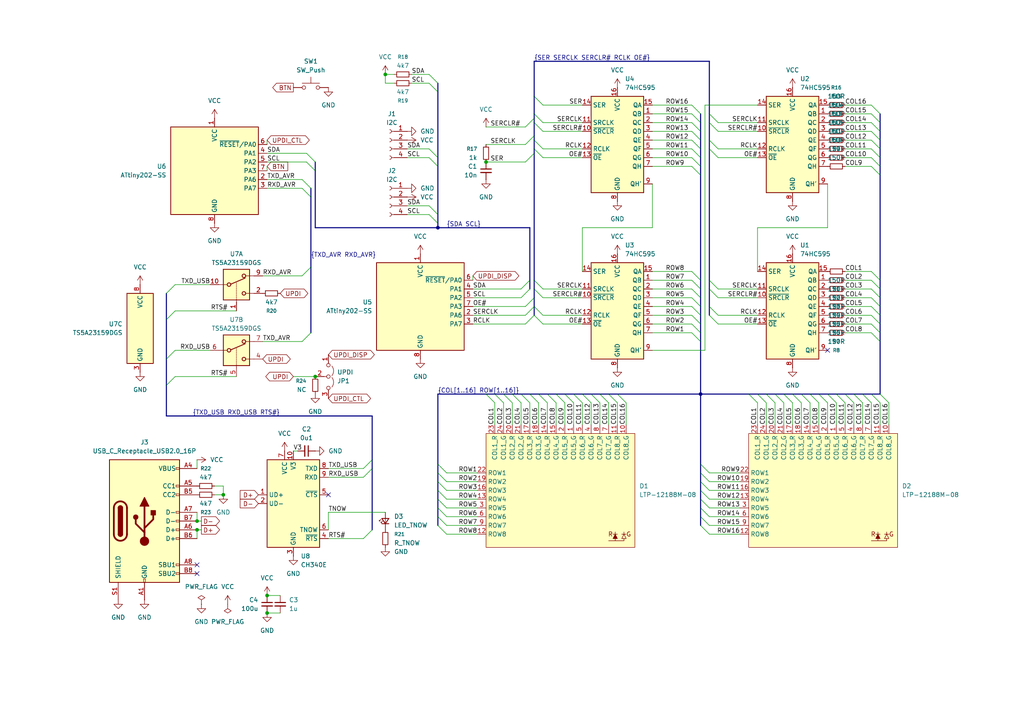
<source format=kicad_sch>
(kicad_sch (version 20250114) (generator "eeschema") (generator_version "9.0")
  (paper "A4")
  (junction (at 127 66.04))
  (junction (at 91.44 109.22))
  (junction (at 77.47 177.8))
  (junction (at 57.15 153.67))
  (junction (at 64.77 143.51))
  (junction (at 203.2 114.3))
  (junction (at 140.97 46.99))
  (junction (at 111.76 21.59))
  (junction (at 77.47 172.72))
  (junction (at 57.15 151.13))
  (no_connect (at 95.25 143.51))
  (no_connect (at 57.15 163.83))
  (no_connect (at 57.15 166.37))
  (no_connect (at 240.03 101.6))
  (bus_entry (at 200.66 48.26) (size 2.54 2.54))
  (bus_entry (at 129.54 144.78) (size -2.54 -2.54))
  (bus_entry (at 181.61 116.84) (size -2.54 -2.54))
  (bus_entry (at 124.46 62.23) (size 2.54 2.54))
  (bus_entry (at 200.66 86.36) (size 2.54 2.54))
  (bus_entry (at 158.75 116.84) (size -2.54 -2.54))
  (bus_entry (at 88.9 46.99) (size 2.54 2.54))
  (bus_entry (at 208.28 35.56) (size -2.54 -2.54))
  (bus_entry (at 205.74 142.24) (size -2.54 -2.54))
  (bus_entry (at 124.46 45.72) (size 2.54 2.54))
  (bus_entry (at 157.48 30.48) (size -2.54 -2.54))
  (bus_entry (at 50.8 109.22) (size -2.54 2.54))
  (bus_entry (at 50.8 82.55) (size -2.54 2.54))
  (bus_entry (at 247.65 116.84) (size -2.54 -2.54))
  (bus_entry (at 208.28 83.82) (size -2.54 -2.54))
  (bus_entry (at 208.28 45.72) (size -2.54 -2.54))
  (bus_entry (at 151.13 86.36) (size 2.54 -2.54))
  (bus_entry (at 124.46 21.59) (size 2.54 2.54))
  (bus_entry (at 152.4 91.44) (size 2.54 -2.54))
  (bus_entry (at 157.48 35.56) (size -2.54 -2.54))
  (bus_entry (at 252.73 83.82) (size 2.54 2.54))
  (bus_entry (at 152.4 46.99) (size 2.54 -2.54))
  (bus_entry (at 257.81 116.84) (size -2.54 -2.54))
  (bus_entry (at 252.73 45.72) (size 2.54 2.54))
  (bus_entry (at 252.73 48.26) (size 2.54 2.54))
  (bus_entry (at 227.33 116.84) (size -2.54 -2.54))
  (bus_entry (at 179.07 116.84) (size -2.54 -2.54))
  (bus_entry (at 252.73 33.02) (size 2.54 2.54))
  (bus_entry (at 200.66 35.56) (size 2.54 2.54))
  (bus_entry (at 105.41 135.89) (size 2.54 -2.54))
  (bus_entry (at 252.73 35.56) (size 2.54 2.54))
  (bus_entry (at 129.54 139.7) (size -2.54 -2.54))
  (bus_entry (at 124.46 43.18) (size 2.54 2.54))
  (bus_entry (at 255.27 116.84) (size -2.54 -2.54))
  (bus_entry (at 208.28 43.18) (size -2.54 -2.54))
  (bus_entry (at 208.28 86.36) (size -2.54 -2.54))
  (bus_entry (at 208.28 91.44) (size -2.54 -2.54))
  (bus_entry (at 252.73 43.18) (size 2.54 2.54))
  (bus_entry (at 152.4 36.83) (size 2.54 -2.54))
  (bus_entry (at 252.73 30.48) (size 2.54 2.54))
  (bus_entry (at 105.41 156.21) (size 2.54 -2.54))
  (bus_entry (at 105.41 138.43) (size 2.54 -2.54))
  (bus_entry (at 205.74 149.86) (size -2.54 -2.54))
  (bus_entry (at 151.13 116.84) (size -2.54 -2.54))
  (bus_entry (at 152.4 88.9) (size 2.54 -2.54))
  (bus_entry (at 173.99 116.84) (size -2.54 -2.54))
  (bus_entry (at 129.54 149.86) (size -2.54 -2.54))
  (bus_entry (at 157.48 93.98) (size -2.54 -2.54))
  (bus_entry (at 240.03 116.84) (size -2.54 -2.54))
  (bus_entry (at 88.9 44.45) (size 2.54 2.54))
  (bus_entry (at 200.66 93.98) (size 2.54 2.54))
  (bus_entry (at 200.66 30.48) (size 2.54 2.54))
  (bus_entry (at 219.71 116.84) (size -2.54 -2.54))
  (bus_entry (at 157.48 43.18) (size -2.54 -2.54))
  (bus_entry (at 87.63 54.61) (size 2.54 2.54))
  (bus_entry (at 124.46 24.13) (size 2.54 2.54))
  (bus_entry (at 252.73 78.74) (size 2.54 2.54))
  (bus_entry (at 200.66 33.02) (size 2.54 2.54))
  (bus_entry (at 157.48 45.72) (size -2.54 -2.54))
  (bus_entry (at 252.73 116.84) (size -2.54 -2.54))
  (bus_entry (at 161.29 116.84) (size -2.54 -2.54))
  (bus_entry (at 50.8 90.17) (size -2.54 2.54))
  (bus_entry (at 252.73 91.44) (size 2.54 2.54))
  (bus_entry (at 242.57 116.84) (size -2.54 -2.54))
  (bus_entry (at 168.91 116.84) (size -2.54 -2.54))
  (bus_entry (at 200.66 81.28) (size 2.54 2.54))
  (bus_entry (at 237.49 116.84) (size -2.54 -2.54))
  (bus_entry (at 157.48 38.1) (size -2.54 -2.54))
  (bus_entry (at 208.28 38.1) (size -2.54 -2.54))
  (bus_entry (at 200.66 40.64) (size 2.54 2.54))
  (bus_entry (at 250.19 116.84) (size -2.54 -2.54))
  (bus_entry (at 252.73 38.1) (size 2.54 2.54))
  (bus_entry (at 224.79 116.84) (size -2.54 -2.54))
  (bus_entry (at 200.66 45.72) (size 2.54 2.54))
  (bus_entry (at 146.05 116.84) (size -2.54 -2.54))
  (bus_entry (at 87.63 80.01) (size 2.54 -2.54))
  (bus_entry (at 153.67 116.84) (size -2.54 -2.54))
  (bus_entry (at 151.13 83.82) (size 2.54 -2.54))
  (bus_entry (at 200.66 78.74) (size 2.54 2.54))
  (bus_entry (at 205.74 154.94) (size -2.54 -2.54))
  (bus_entry (at 176.53 116.84) (size -2.54 -2.54))
  (bus_entry (at 200.66 43.18) (size 2.54 2.54))
  (bus_entry (at 234.95 116.84) (size -2.54 -2.54))
  (bus_entry (at 129.54 142.24) (size -2.54 -2.54))
  (bus_entry (at 200.66 38.1) (size 2.54 2.54))
  (bus_entry (at 157.48 86.36) (size -2.54 -2.54))
  (bus_entry (at 200.66 88.9) (size 2.54 2.54))
  (bus_entry (at 129.54 147.32) (size -2.54 -2.54))
  (bus_entry (at 157.48 91.44) (size -2.54 -2.54))
  (bus_entry (at 50.8 101.6) (size -2.54 2.54))
  (bus_entry (at 129.54 154.94) (size -2.54 -2.54))
  (bus_entry (at 166.37 116.84) (size -2.54 -2.54))
  (bus_entry (at 152.4 93.98) (size 2.54 -2.54))
  (bus_entry (at 205.74 137.16) (size -2.54 -2.54))
  (bus_entry (at 232.41 116.84) (size -2.54 -2.54))
  (bus_entry (at 252.73 96.52) (size 2.54 2.54))
  (bus_entry (at 200.66 83.82) (size 2.54 2.54))
  (bus_entry (at 205.74 144.78) (size -2.54 -2.54))
  (bus_entry (at 200.66 96.52) (size 2.54 2.54))
  (bus_entry (at 156.21 116.84) (size -2.54 -2.54))
  (bus_entry (at 157.48 83.82) (size -2.54 -2.54))
  (bus_entry (at 222.25 116.84) (size -2.54 -2.54))
  (bus_entry (at 87.63 52.07) (size 2.54 2.54))
  (bus_entry (at 87.63 99.06) (size 2.54 -2.54))
  (bus_entry (at 163.83 116.84) (size -2.54 -2.54))
  (bus_entry (at 124.46 59.69) (size 2.54 2.54))
  (bus_entry (at 205.74 139.7) (size -2.54 -2.54))
  (bus_entry (at 152.4 41.91) (size 2.54 -2.54))
  (bus_entry (at 252.73 93.98) (size 2.54 2.54))
  (bus_entry (at 171.45 116.84) (size -2.54 -2.54))
  (bus_entry (at 208.28 93.98) (size -2.54 -2.54))
  (bus_entry (at 252.73 88.9) (size 2.54 2.54))
  (bus_entry (at 229.87 116.84) (size -2.54 -2.54))
  (bus_entry (at 129.54 137.16) (size -2.54 -2.54))
  (bus_entry (at 252.73 81.28) (size 2.54 2.54))
  (bus_entry (at 148.59 116.84) (size -2.54 -2.54))
  (bus_entry (at 143.51 116.84) (size -2.54 -2.54))
  (bus_entry (at 205.74 152.4) (size -2.54 -2.54))
  (bus_entry (at 252.73 86.36) (size 2.54 2.54))
  (bus_entry (at 245.11 116.84) (size -2.54 -2.54))
  (bus_entry (at 252.73 40.64) (size 2.54 2.54))
  (bus_entry (at 129.54 152.4) (size -2.54 -2.54))
  (bus_entry (at 200.66 91.44) (size 2.54 2.54))
  (bus_entry (at 205.74 147.32) (size -2.54 -2.54))
  (bus (pts (xy 203.2 33.02) (xy 203.2 35.56)))
  (wire (pts (xy 152.4 91.44) (xy 137.16 91.44)))
  (bus (pts (xy 154.94 44.45) (xy 154.94 43.18)))
  (bus (pts (xy 127 66.04) (xy 153.67 66.04)))
  (wire (pts (xy 157.48 43.18) (xy 168.91 43.18)))
  (wire (pts (xy 50.8 82.55) (xy 60.96 82.55)))
  (bus (pts (xy 154.94 39.37) (xy 154.94 35.56)))
  (wire (pts (xy 245.11 78.74) (xy 252.73 78.74)))
  (wire (pts (xy 77.47 44.45) (xy 88.9 44.45)))
  (bus (pts (xy 237.49 114.3) (xy 240.03 114.3)))
  (bus (pts (xy 203.2 38.1) (xy 203.2 40.64)))
  (bus (pts (xy 203.2 147.32) (xy 203.2 149.86)))
  (bus (pts (xy 146.05 114.3) (xy 148.59 114.3)))
  (wire (pts (xy 168.91 123.19) (xy 168.91 116.84)))
  (wire (pts (xy 189.23 96.52) (xy 200.66 96.52)))
  (wire (pts (xy 245.11 43.18) (xy 252.73 43.18)))
  (wire (pts (xy 208.28 38.1) (xy 219.71 38.1)))
  (wire (pts (xy 245.11 30.48) (xy 252.73 30.48)))
  (bus (pts (xy 203.2 83.82) (xy 203.2 86.36)))
  (bus (pts (xy 250.19 114.3) (xy 252.73 114.3)))
  (bus (pts (xy 255.27 93.98) (xy 255.27 91.44)))
  (wire (pts (xy 222.25 123.19) (xy 222.25 116.84)))
  (bus (pts (xy 255.27 114.3) (xy 255.27 99.06)))
  (bus (pts (xy 205.74 43.18) (xy 205.74 81.28)))
  (wire (pts (xy 189.23 88.9) (xy 200.66 88.9)))
  (wire (pts (xy 168.91 66.04) (xy 189.23 66.04)))
  (bus (pts (xy 203.2 99.06) (xy 203.2 114.3)))
  (bus (pts (xy 151.13 114.3) (xy 153.67 114.3)))
  (bus (pts (xy 203.2 40.64) (xy 203.2 43.18)))
  (wire (pts (xy 156.21 123.19) (xy 156.21 116.84)))
  (wire (pts (xy 95.25 138.43) (xy 105.41 138.43)))
  (wire (pts (xy 189.23 101.6) (xy 204.47 101.6)))
  (wire (pts (xy 245.11 45.72) (xy 252.73 45.72)))
  (wire (pts (xy 205.74 152.4) (xy 214.63 152.4)))
  (bus (pts (xy 90.17 57.15) (xy 90.17 77.47)))
  (wire (pts (xy 151.13 123.19) (xy 151.13 116.84)))
  (bus (pts (xy 242.57 114.3) (xy 245.11 114.3)))
  (bus (pts (xy 90.17 54.61) (xy 90.17 57.15)))
  (bus (pts (xy 91.44 49.53) (xy 91.44 66.04)))
  (bus (pts (xy 203.2 43.18) (xy 203.2 45.72)))
  (bus (pts (xy 168.91 114.3) (xy 171.45 114.3)))
  (wire (pts (xy 157.48 30.48) (xy 168.91 30.48)))
  (bus (pts (xy 90.17 77.47) (xy 90.17 96.52)))
  (wire (pts (xy 77.47 52.07) (xy 87.63 52.07)))
  (bus (pts (xy 161.29 114.3) (xy 163.83 114.3)))
  (wire (pts (xy 189.23 78.74) (xy 200.66 78.74)))
  (wire (pts (xy 152.4 36.83) (xy 140.97 36.83)))
  (bus (pts (xy 127 114.3) (xy 127 134.62)))
  (bus (pts (xy 255.27 48.26) (xy 255.27 45.72)))
  (bus (pts (xy 154.94 40.64) (xy 154.94 39.37)))
  (bus (pts (xy 127 24.13) (xy 127 26.67)))
  (bus (pts (xy 154.94 86.36) (xy 154.94 88.9)))
  (wire (pts (xy 111.76 21.59) (xy 111.76 24.13)))
  (wire (pts (xy 129.54 144.78) (xy 138.43 144.78)))
  (bus (pts (xy 255.27 43.18) (xy 255.27 40.64)))
  (bus (pts (xy 107.95 133.35) (xy 107.95 135.89)))
  (wire (pts (xy 148.59 123.19) (xy 148.59 116.84)))
  (bus (pts (xy 217.17 114.3) (xy 219.71 114.3)))
  (wire (pts (xy 189.23 38.1) (xy 200.66 38.1)))
  (wire (pts (xy 153.67 123.19) (xy 153.67 116.84)))
  (wire (pts (xy 245.11 93.98) (xy 252.73 93.98)))
  (bus (pts (xy 154.94 35.56) (xy 154.94 34.29)))
  (bus (pts (xy 127 45.72) (xy 127 48.26)))
  (bus (pts (xy 255.27 40.64) (xy 255.27 38.1)))
  (bus (pts (xy 205.74 35.56) (xy 205.74 40.64)))
  (wire (pts (xy 77.47 46.99) (xy 88.9 46.99)))
  (bus (pts (xy 255.27 45.72) (xy 255.27 43.18)))
  (bus (pts (xy 153.67 114.3) (xy 156.21 114.3)))
  (wire (pts (xy 85.09 109.22) (xy 91.44 109.22)))
  (wire (pts (xy 64.77 140.97) (xy 64.77 143.51)))
  (bus (pts (xy 203.2 139.7) (xy 203.2 142.24)))
  (bus (pts (xy 255.27 96.52) (xy 255.27 93.98)))
  (bus (pts (xy 158.75 114.3) (xy 161.29 114.3)))
  (bus (pts (xy 127 139.7) (xy 127 142.24)))
  (wire (pts (xy 129.54 139.7) (xy 138.43 139.7)))
  (wire (pts (xy 245.11 123.19) (xy 245.11 116.84)))
  (bus (pts (xy 176.53 114.3) (xy 179.07 114.3)))
  (wire (pts (xy 157.48 86.36) (xy 168.91 86.36)))
  (wire (pts (xy 77.47 40.64) (xy 77.47 41.91)))
  (wire (pts (xy 234.95 123.19) (xy 234.95 116.84)))
  (bus (pts (xy 173.99 114.3) (xy 176.53 114.3)))
  (bus (pts (xy 154.94 44.45) (xy 154.94 81.28)))
  (wire (pts (xy 245.11 96.52) (xy 252.73 96.52)))
  (bus (pts (xy 179.07 114.3) (xy 203.2 114.3)))
  (wire (pts (xy 58.42 151.13) (xy 57.15 151.13)))
  (wire (pts (xy 205.74 147.32) (xy 214.63 147.32)))
  (wire (pts (xy 242.57 123.19) (xy 242.57 116.84)))
  (bus (pts (xy 127 142.24) (xy 127 144.78)))
  (bus (pts (xy 203.2 114.3) (xy 203.2 134.62)))
  (bus (pts (xy 205.74 17.78) (xy 205.74 33.02)))
  (bus (pts (xy 127 64.77) (xy 127 66.04)))
  (wire (pts (xy 50.8 90.17) (xy 68.58 90.17)))
  (wire (pts (xy 245.11 38.1) (xy 252.73 38.1)))
  (bus (pts (xy 163.83 114.3) (xy 166.37 114.3)))
  (wire (pts (xy 227.33 123.19) (xy 227.33 116.84)))
  (bus (pts (xy 229.87 114.3) (xy 232.41 114.3)))
  (bus (pts (xy 154.94 88.9) (xy 154.94 91.44)))
  (bus (pts (xy 203.2 50.8) (xy 203.2 81.28)))
  (wire (pts (xy 129.54 147.32) (xy 138.43 147.32)))
  (wire (pts (xy 189.23 93.98) (xy 200.66 93.98)))
  (bus (pts (xy 127 149.86) (xy 127 152.4)))
  (wire (pts (xy 204.47 30.48) (xy 219.71 30.48)))
  (bus (pts (xy 171.45 114.3) (xy 173.99 114.3)))
  (wire (pts (xy 137.16 80.01) (xy 137.16 81.28)))
  (wire (pts (xy 257.81 123.19) (xy 257.81 116.84)))
  (bus (pts (xy 127 144.78) (xy 127 147.32)))
  (wire (pts (xy 224.79 123.19) (xy 224.79 116.84)))
  (bus (pts (xy 154.94 33.02) (xy 154.94 34.29)))
  (wire (pts (xy 189.23 81.28) (xy 200.66 81.28)))
  (bus (pts (xy 203.2 142.24) (xy 203.2 144.78)))
  (wire (pts (xy 245.11 40.64) (xy 252.73 40.64)))
  (bus (pts (xy 255.27 88.9) (xy 255.27 86.36)))
  (wire (pts (xy 152.4 41.91) (xy 140.97 41.91)))
  (bus (pts (xy 153.67 66.04) (xy 153.67 81.28)))
  (bus (pts (xy 255.27 38.1) (xy 255.27 35.56)))
  (bus (pts (xy 154.94 83.82) (xy 154.94 86.36)))
  (wire (pts (xy 95.25 148.59) (xy 95.25 153.67)))
  (bus (pts (xy 203.2 48.26) (xy 203.2 50.8)))
  (wire (pts (xy 208.28 43.18) (xy 219.71 43.18)))
  (bus (pts (xy 203.2 93.98) (xy 203.2 96.52)))
  (wire (pts (xy 157.48 93.98) (xy 168.91 93.98)))
  (wire (pts (xy 189.23 48.26) (xy 200.66 48.26)))
  (bus (pts (xy 107.95 120.65) (xy 48.26 120.65)))
  (bus (pts (xy 219.71 114.3) (xy 222.25 114.3)))
  (wire (pts (xy 76.2 80.01) (xy 87.63 80.01)))
  (wire (pts (xy 208.28 83.82) (xy 219.71 83.82)))
  (wire (pts (xy 189.23 86.36) (xy 200.66 86.36)))
  (bus (pts (xy 203.2 137.16) (xy 203.2 139.7)))
  (wire (pts (xy 95.25 148.59) (xy 111.76 148.59)))
  (wire (pts (xy 205.74 142.24) (xy 214.63 142.24)))
  (wire (pts (xy 57.15 153.67) (xy 58.42 153.67)))
  (bus (pts (xy 127 48.26) (xy 127 62.23)))
  (wire (pts (xy 129.54 149.86) (xy 138.43 149.86)))
  (wire (pts (xy 189.23 40.64) (xy 200.66 40.64)))
  (wire (pts (xy 255.27 123.19) (xy 255.27 116.84)))
  (bus (pts (xy 203.2 86.36) (xy 203.2 88.9)))
  (wire (pts (xy 77.47 177.8) (xy 81.28 177.8)))
  (bus (pts (xy 154.94 27.94) (xy 154.94 17.78)))
  (bus (pts (xy 203.2 144.78) (xy 203.2 147.32)))
  (wire (pts (xy 50.8 101.6) (xy 60.96 101.6)))
  (bus (pts (xy 205.74 81.28) (xy 205.74 83.82)))
  (bus (pts (xy 255.27 50.8) (xy 255.27 81.28)))
  (wire (pts (xy 118.11 45.72) (xy 124.46 45.72)))
  (wire (pts (xy 205.74 144.78) (xy 214.63 144.78)))
  (bus (pts (xy 127 147.32) (xy 127 149.86)))
  (wire (pts (xy 229.87 123.19) (xy 229.87 116.84)))
  (wire (pts (xy 205.74 137.16) (xy 214.63 137.16)))
  (bus (pts (xy 203.2 114.3) (xy 217.17 114.3)))
  (wire (pts (xy 152.4 46.99) (xy 140.97 46.99)))
  (wire (pts (xy 245.11 35.56) (xy 252.73 35.56)))
  (bus (pts (xy 203.2 91.44) (xy 203.2 93.98)))
  (bus (pts (xy 203.2 45.72) (xy 203.2 48.26)))
  (wire (pts (xy 189.23 83.82) (xy 200.66 83.82)))
  (bus (pts (xy 127 137.16) (xy 127 139.7)))
  (wire (pts (xy 118.11 43.18) (xy 124.46 43.18)))
  (bus (pts (xy 222.25 114.3) (xy 224.79 114.3)))
  (wire (pts (xy 189.23 35.56) (xy 200.66 35.56)))
  (wire (pts (xy 208.28 91.44) (xy 219.71 91.44)))
  (wire (pts (xy 179.07 123.19) (xy 179.07 116.84)))
  (wire (pts (xy 158.75 123.19) (xy 158.75 116.84)))
  (bus (pts (xy 240.03 114.3) (xy 242.57 114.3)))
  (wire (pts (xy 189.23 30.48) (xy 200.66 30.48)))
  (wire (pts (xy 157.48 91.44) (xy 168.91 91.44)))
  (bus (pts (xy 203.2 35.56) (xy 203.2 38.1)))
  (bus (pts (xy 205.74 88.9) (xy 205.74 91.44)))
  (wire (pts (xy 111.76 21.59) (xy 114.3 21.59)))
  (bus (pts (xy 205.74 33.02) (xy 205.74 35.56)))
  (wire (pts (xy 208.28 86.36) (xy 219.71 86.36)))
  (bus (pts (xy 127 26.67) (xy 127 45.72)))
  (bus (pts (xy 140.97 114.3) (xy 143.51 114.3)))
  (wire (pts (xy 77.47 48.26) (xy 77.47 49.53)))
  (bus (pts (xy 48.26 104.14) (xy 48.26 111.76)))
  (wire (pts (xy 176.53 123.19) (xy 176.53 116.84)))
  (bus (pts (xy 153.67 81.28) (xy 153.67 83.82)))
  (wire (pts (xy 168.91 78.74) (xy 168.91 66.04)))
  (bus (pts (xy 203.2 81.28) (xy 203.2 83.82)))
  (wire (pts (xy 205.74 149.86) (xy 214.63 149.86)))
  (bus (pts (xy 255.27 35.56) (xy 255.27 33.02)))
  (wire (pts (xy 50.8 109.22) (xy 68.58 109.22)))
  (wire (pts (xy 247.65 123.19) (xy 247.65 116.84)))
  (wire (pts (xy 219.71 66.04) (xy 219.71 78.74)))
  (bus (pts (xy 154.94 17.78) (xy 205.74 17.78)))
  (wire (pts (xy 146.05 123.19) (xy 146.05 116.84)))
  (wire (pts (xy 245.11 83.82) (xy 252.73 83.82)))
  (wire (pts (xy 119.38 24.13) (xy 124.46 24.13)))
  (bus (pts (xy 154.94 27.94) (xy 154.94 33.02)))
  (wire (pts (xy 152.4 88.9) (xy 137.16 88.9)))
  (wire (pts (xy 77.47 54.61) (xy 87.63 54.61)))
  (wire (pts (xy 245.11 88.9) (xy 252.73 88.9)))
  (wire (pts (xy 189.23 43.18) (xy 200.66 43.18)))
  (wire (pts (xy 163.83 123.19) (xy 163.83 116.84)))
  (wire (pts (xy 64.77 140.97) (xy 62.23 140.97)))
  (wire (pts (xy 77.47 172.72) (xy 81.28 172.72)))
  (wire (pts (xy 189.23 91.44) (xy 200.66 91.44)))
  (wire (pts (xy 129.54 142.24) (xy 138.43 142.24)))
  (wire (pts (xy 143.51 123.19) (xy 143.51 116.84)))
  (wire (pts (xy 118.11 62.23) (xy 124.46 62.23)))
  (bus (pts (xy 224.79 114.3) (xy 227.33 114.3)))
  (bus (pts (xy 232.41 114.3) (xy 234.95 114.3)))
  (bus (pts (xy 154.94 81.28) (xy 154.94 83.82)))
  (wire (pts (xy 57.15 133.35) (xy 57.15 135.89)))
  (bus (pts (xy 205.74 83.82) (xy 205.74 88.9)))
  (wire (pts (xy 237.49 123.19) (xy 237.49 116.84)))
  (wire (pts (xy 219.71 123.19) (xy 219.71 116.84)))
  (bus (pts (xy 148.59 114.3) (xy 151.13 114.3)))
  (wire (pts (xy 111.76 24.13) (xy 114.3 24.13)))
  (bus (pts (xy 127 114.3) (xy 140.97 114.3)))
  (wire (pts (xy 57.15 151.13) (xy 57.15 148.59)))
  (bus (pts (xy 48.26 111.76) (xy 48.26 120.65)))
  (bus (pts (xy 48.26 85.09) (xy 48.26 92.71)))
  (wire (pts (xy 189.23 66.04) (xy 189.23 53.34)))
  (bus (pts (xy 255.27 91.44) (xy 255.27 88.9)))
  (bus (pts (xy 227.33 114.3) (xy 229.87 114.3)))
  (wire (pts (xy 137.16 86.36) (xy 151.13 86.36)))
  (bus (pts (xy 255.27 83.82) (xy 255.27 81.28)))
  (bus (pts (xy 255.27 86.36) (xy 255.27 83.82)))
  (bus (pts (xy 245.11 114.3) (xy 247.65 114.3)))
  (wire (pts (xy 157.48 35.56) (xy 168.91 35.56)))
  (bus (pts (xy 255.27 50.8) (xy 255.27 48.26)))
  (wire (pts (xy 252.73 123.19) (xy 252.73 116.84)))
  (bus (pts (xy 247.65 114.3) (xy 250.19 114.3)))
  (wire (pts (xy 189.23 33.02) (xy 200.66 33.02)))
  (wire (pts (xy 157.48 38.1) (xy 168.91 38.1)))
  (bus (pts (xy 234.95 114.3) (xy 237.49 114.3)))
  (bus (pts (xy 154.94 43.18) (xy 154.94 40.64)))
  (wire (pts (xy 205.74 139.7) (xy 214.63 139.7)))
  (bus (pts (xy 48.26 92.71) (xy 48.26 104.14)))
  (wire (pts (xy 129.54 137.16) (xy 138.43 137.16)))
  (wire (pts (xy 157.48 45.72) (xy 168.91 45.72)))
  (wire (pts (xy 208.28 45.72) (xy 219.71 45.72)))
  (wire (pts (xy 166.37 123.19) (xy 166.37 116.84)))
  (bus (pts (xy 203.2 149.86) (xy 203.2 152.4)))
  (bus (pts (xy 107.95 133.35) (xy 107.95 120.65)))
  (bus (pts (xy 205.74 40.64) (xy 205.74 43.18)))
  (bus (pts (xy 203.2 96.52) (xy 203.2 99.06)))
  (wire (pts (xy 161.29 123.19) (xy 161.29 116.84)))
  (wire (pts (xy 119.38 21.59) (xy 124.46 21.59)))
  (wire (pts (xy 157.48 83.82) (xy 168.91 83.82)))
  (wire (pts (xy 129.54 152.4) (xy 138.43 152.4)))
  (wire (pts (xy 232.41 123.19) (xy 232.41 116.84)))
  (wire (pts (xy 245.11 86.36) (xy 252.73 86.36)))
  (bus (pts (xy 91.44 46.99) (xy 91.44 49.53)))
  (wire (pts (xy 171.45 123.19) (xy 171.45 116.84)))
  (wire (pts (xy 245.11 48.26) (xy 252.73 48.26)))
  (bus (pts (xy 255.27 99.06) (xy 255.27 96.52)))
  (wire (pts (xy 173.99 123.19) (xy 173.99 116.84)))
  (wire (pts (xy 240.03 66.04) (xy 219.71 66.04)))
  (wire (pts (xy 240.03 123.19) (xy 240.03 116.84)))
  (wire (pts (xy 57.15 153.67) (xy 57.15 156.21)))
  (wire (pts (xy 129.54 154.94) (xy 138.43 154.94)))
  (bus (pts (xy 203.2 88.9) (xy 203.2 91.44)))
  (bus (pts (xy 156.21 114.3) (xy 158.75 114.3)))
  (bus (pts (xy 127 134.62) (xy 127 137.16)))
  (wire (pts (xy 118.11 59.69) (xy 124.46 59.69)))
  (bus (pts (xy 166.37 114.3) (xy 168.91 114.3)))
  (bus (pts (xy 203.2 134.62) (xy 203.2 137.16)))
  (wire (pts (xy 245.11 91.44) (xy 252.73 91.44)))
  (wire (pts (xy 64.77 143.51) (xy 62.23 143.51)))
  (wire (pts (xy 189.23 45.72) (xy 200.66 45.72)))
  (wire (pts (xy 152.4 93.98) (xy 137.16 93.98)))
  (wire (pts (xy 240.03 53.34) (xy 240.03 66.04)))
  (wire (pts (xy 86.36 130.81) (xy 85.09 130.81)))
  (bus (pts (xy 107.95 135.89) (xy 107.95 153.67)))
  (wire (pts (xy 95.25 156.21) (xy 105.41 156.21)))
  (wire (pts (xy 137.16 83.82) (xy 151.13 83.82)))
  (wire (pts (xy 204.47 30.48) (xy 204.47 101.6)))
  (wire (pts (xy 250.19 123.19) (xy 250.19 116.84)))
  (wire (pts (xy 181.61 123.19) (xy 181.61 116.84)))
  (bus (pts (xy 252.73 114.3) (xy 255.27 114.3)))
  (wire (pts (xy 245.11 33.02) (xy 252.73 33.02)))
  (bus (pts (xy 91.44 66.04) (xy 127 66.04)))
  (wire (pts (xy 76.2 99.06) (xy 87.63 99.06)))
  (wire (pts (xy 205.74 154.94) (xy 214.63 154.94)))
  (wire (pts (xy 95.25 135.89) (xy 105.41 135.89)))
  (wire (pts (xy 208.28 35.56) (xy 219.71 35.56)))
  (bus (pts (xy 143.51 114.3) (xy 146.05 114.3)))
  (wire (pts (xy 208.28 93.98) (xy 219.71 93.98)))
  (wire (pts (xy 245.11 81.28) (xy 252.73 81.28)))
  (bus (pts (xy 127 62.23) (xy 127 64.77)))
  (label "SDA" (at 137.16 83.82 0))
  (label "RXD_AVR" (at 76.2 80.01 0))
  (label "COL10" (at 245.11 45.72 0))
  (label "{TXD_AVR RXD_AVR}" (at 90.17 74.93 0))
  (label "ROW7" (at 193.04 81.28 0))
  (label "SER" (at 168.91 30.48 180))
  (label "COL5" (at 153.67 123.19 90))
  (label "{SDA SCL}" (at 129.54 66.04 0))
  (label "{TXD_USB RXD_USB RTS#}" (at 55.88 120.65 0))
  (label "OE#" (at 219.71 93.98 180))
  (label "RXD_USB" (at 95.25 138.43 0))
  (label "COL3" (at 245.11 83.82 0))
  (label "SERCLK" (at 142.24 41.91 0))
  (label "COL3" (at 148.59 123.19 90))
  (label "ROW14" (at 214.63 149.86 180))
  (label "TXD_USB" (at 95.25 135.89 0))
  (label "ROW6" (at 138.43 149.86 180))
  (label "ROW3" (at 138.43 142.24 180))
  (label "COL16" (at 245.11 30.48 0))
  (label "RXD_AVR" (at 77.47 54.61 0))
  (label "OE#" (at 168.91 45.72 180))
  (label "ROW2" (at 138.43 139.7 180))
  (label "ROW10" (at 193.04 45.72 0))
  (label "SER" (at 142.24 46.99 0))
  (label "COL16" (at 257.81 123.19 90))
  (label "COL9" (at 240.03 123.19 90))
  (label "ROW13" (at 214.63 147.32 180))
  (label "COL12" (at 245.11 40.64 0))
  (label "RCLK" (at 168.91 91.44 180))
  (label "COL14" (at 245.11 35.56 0))
  (label "ROW15" (at 214.63 152.4 180))
  (label "COL2" (at 146.05 123.19 90))
  (label "COL13" (at 245.11 38.1 0))
  (label "COL10" (at 242.57 123.19 90))
  (label "COL1" (at 245.11 78.74 0))
  (label "COL3" (at 224.79 123.19 90))
  (label "ROW1" (at 193.04 96.52 0))
  (label "COL5" (at 229.87 123.19 90))
  (label "ROW5" (at 193.04 86.36 0))
  (label "SERCLR#" (at 219.71 38.1 180))
  (label "ROW16" (at 193.04 30.48 0))
  (label "COL11" (at 245.11 43.18 0))
  (label "TXD_AVR" (at 76.2 99.06 0))
  (label "SCL" (at 137.16 86.36 0))
  (label "OE#" (at 219.71 45.72 180))
  (label "SERCLR#" (at 142.24 36.83 0))
  (label "COL8" (at 237.49 123.19 90))
  (label "ROW10" (at 214.63 139.7 180))
  (label "ROW2" (at 193.04 93.98 0))
  (label "ROW6" (at 193.04 83.82 0))
  (label "SERCLK" (at 168.91 35.56 180))
  (label "ROW9" (at 193.04 48.26 0))
  (label "COL4" (at 151.13 123.19 90))
  (label "ROW5" (at 138.43 147.32 180))
  (label "ROW16" (at 214.63 154.94 180))
  (label "ROW12" (at 193.04 40.64 0))
  (label "ROW3" (at 193.04 91.44 0))
  (label "COL14" (at 252.73 123.19 90))
  (label "COL16" (at 181.61 123.19 90))
  (label "ROW7" (at 138.43 152.4 180))
  (label "COL14" (at 176.53 123.19 90))
  (label "COL7" (at 245.11 93.98 0))
  (label "ROW1" (at 138.43 137.16 180))
  (label "COL7" (at 234.95 123.19 90))
  (label "TNOW" (at 95.25 148.59 0))
  (label "ROW11" (at 214.63 142.24 180))
  (label "COL5" (at 245.11 88.9 0))
  (label "SERCLK" (at 219.71 35.56 180))
  (label "RCLK" (at 219.71 43.18 180))
  (label "ROW11" (at 193.04 43.18 0))
  (label "COL12" (at 247.65 123.19 90))
  (label "COL7" (at 158.75 123.19 90))
  (label "COL2" (at 245.11 81.28 0))
  (label "COL4" (at 227.33 123.19 90))
  (label "COL15" (at 255.27 123.19 90))
  (label "COL1" (at 219.71 123.19 90))
  (label "ROW13" (at 193.04 38.1 0))
  (label "ROW4" (at 138.43 144.78 180))
  (label "SCL" (at 119.38 24.13 0))
  (label "ROW8" (at 138.43 154.94 180))
  (label "ROW12" (at 214.63 144.78 180))
  (label "SERCLR#" (at 168.91 38.1 180))
  (label "COL9" (at 245.11 48.26 0))
  (label "COL8" (at 245.11 96.52 0))
  (label "COL15" (at 245.11 33.02 0))
  (label "COL8" (at 161.29 123.19 90))
  (label "COL13" (at 173.99 123.19 90))
  (label "SDA" (at 119.38 21.59 0))
  (label "RTS#" (at 66.04 90.17 180))
  (label "SDA" (at 77.47 44.45 0))
  (label "OE#" (at 168.91 93.98 180))
  (label "SDA" (at 118.11 59.69 0))
  (label "SDA" (at 118.11 43.18 0))
  (label "TXD_AVR" (at 77.47 52.07 0))
  (label "COL11" (at 245.11 123.19 90))
  (label "COL15" (at 179.07 123.19 90))
  (label "COL2" (at 222.25 123.19 90))
  (label "COL6" (at 245.11 91.44 0))
  (label "{COL[1..16] ROW[1..16]}" (at 127 114.3 0))
  (label "SERCLK" (at 168.91 83.82 180))
  (label "ROW8" (at 193.04 78.74 0))
  (label "SCL" (at 118.11 62.23 0))
  (label "RTS#" (at 66.04 109.22 180))
  (label "V3" (at 85.09 130.81 0))
  (label "RCLK" (at 137.16 93.98 0))
  (label "ROW14" (at 193.04 35.56 0))
  (label "SERCLR#" (at 168.91 86.36 180))
  (label "SERCLK" (at 219.71 83.82 180))
  (label "ROW4" (at 193.04 88.9 0))
  (label "COL11" (at 168.91 123.19 90))
  (label "RTS#" (at 95.25 156.21 0))
  (label "SCL" (at 118.11 45.72 0))
  (label "COL1" (at 143.51 123.19 90))
  (label "SERCLK" (at 137.16 91.44 0))
  (label "COL4" (at 245.11 86.36 0))
  (label "TXD_USB" (at 60.96 82.55 180))
  (label "COL10" (at 166.37 123.19 90))
  (label "COL13" (at 250.19 123.19 90))
  (label "RCLK" (at 219.71 91.44 180))
  (label "RXD_USB" (at 60.96 101.6 180))
  (label "{SER SERCLK SERCLR# RCLK OE#}" (at 154.94 17.78 0))
  (label "SCL" (at 77.47 46.99 0))
  (label "ROW15" (at 193.04 33.02 0))
  (label "COL12" (at 171.45 123.19 90))
  (label "COL6" (at 156.21 123.19 90))
  (label "SERCLR#" (at 219.71 86.36 180))
  (label "ROW9" (at 214.63 137.16 180))
  (label "RCLK" (at 168.91 43.18 180))
  (label "COL9" (at 163.83 123.19 90))
  (label "OE#" (at 137.16 88.9 0))
  (label "COL6" (at 232.41 123.19 90))
  (global_label "D+" (shape output) (at 58.42 153.67 0) (property "Intersheetrefs" "${INTERSHEET_REFS}" (effects (hide yes))))
  (global_label "UPDI_CTL" (shape bidirectional) (at 95.25 115.57 0) (property "Intersheetrefs" "${INTERSHEET_REFS}" (effects (hide yes))))
  (global_label "BTN" (shape output) (at 85.09 25.4 180) (property "Intersheetrefs" "${INTERSHEET_REFS}" (effects (hide yes))))
  (global_label "D-" (shape output) (at 58.42 151.13 0) (property "Intersheetrefs" "${INTERSHEET_REFS}" (effects (hide yes))))
  (global_label "UPDI_DISP" (shape bidirectional) (at 137.16 80.01 0) (property "Intersheetrefs" "${INTERSHEET_REFS}" (effects (hide yes))))
  (global_label "UPDI_CTL" (shape bidirectional) (at 77.47 40.64 0) (property "Intersheetrefs" "${INTERSHEET_REFS}" (effects (hide yes))))
  (global_label "UPDI" (shape bidirectional) (at 85.09 109.22 180) (property "Intersheetrefs" "${INTERSHEET_REFS}" (effects (hide yes))))
  (global_label "UPDI_DISP" (shape bidirectional) (at 95.25 102.87 0) (property "Intersheetrefs" "${INTERSHEET_REFS}" (effects (hide yes))))
  (global_label "D+" (shape input) (at 74.93 143.51 180) (property "Intersheetrefs" "${INTERSHEET_REFS}" (effects (hide yes))))
  (global_label "UPDI" (shape bidirectional) (at 76.2 104.14 0) (property "Intersheetrefs" "${INTERSHEET_REFS}" (effects (hide yes))))
  (global_label "D-" (shape input) (at 74.93 146.05 180) (property "Intersheetrefs" "${INTERSHEET_REFS}" (effects (hide yes))))
  (global_label "UPDI" (shape bidirectional) (at 81.28 85.09 0) (property "Intersheetrefs" "${INTERSHEET_REFS}" (effects (hide yes))))
  (global_label "BTN" (shape input) (at 77.47 48.26 0) (property "Intersheetrefs" "${INTERSHEET_REFS}" (effects (hide yes))))
  (symbol (lib_id "power:VCC") (at 77.47 172.72 0) (mirror y) (unit 1)
    (property "Reference" "#PWR030" (effects (hide yes)))
    (property "Value" "VCC" (at 77.47 167.64 0))
    (property "Description" "Power symbol creates a global label with name \"VCC\"" (effects (hide yes)))
  )
  (symbol (lib_id "Device:R_Small") (at 242.57 40.64 90) (unit 1)
    (property "Reference" "R12" (at 242.57 35.56 90) (effects (font (size 1.016 1.016))))
    (property "Value" "150R" (at 242.57 38.1 90))
    (property "Footprint" "Resistor_SMD:R_0603_1608Metric" (effects (hide yes)))
    (property "Description" "Resistor, small symbol" (effects (hide yes)))
  )
  (symbol (lib_id "Device:R_Small") (at 140.97 44.45 0) (mirror y) (unit 1)
    (property "Reference" "R17" (at 138.43 43.1799 0) (effects (font (size 1.016 1.016)) (justify left)))
    (property "Value" "1k" (at 138.43 45.7199 0) (effects (justify left)))
    (property "Footprint" "Resistor_SMD:R_0603_1608Metric" (effects (hide yes)))
    (property "Description" "Resistor, small symbol" (effects (hide yes)))
  )
  (symbol (lib_id "Device:R_Small") (at 242.57 33.02 90) (unit 1)
    (property "Reference" "R15" (at 242.57 27.94 90) (effects (font (size 1.016 1.016))))
    (property "Value" "150R" (at 242.57 30.48 90))
    (property "Footprint" "Resistor_SMD:R_0603_1608Metric" (effects (hide yes)))
    (property "Description" "Resistor, small symbol" (effects (hide yes)))
  )
  (symbol (lib_id "Device:LED_Small") (at 111.76 151.13 90) (unit 1)
    (property "Reference" "D3" (at 114.3 149.7964 90) (effects (justify right)))
    (property "Value" "LED_TNOW" (at 114.3 152.3364 90) (effects (justify right)))
    (property "Footprint" "LED_SMD:LED_0603_1608Metric" (effects (hide yes)))
    (property "Description" "Light emitting diode, small symbol" (effects (hide yes)))
    (property "Sim.Pin" "1=K 2=A" (effects (hide yes)))
  )
  (symbol (lib_id "power:GND") (at 229.87 58.42 0) (unit 1)
    (property "Reference" "#PWR02" (effects (hide yes)))
    (property "Value" "GND" (at 229.87 63.5 0))
    (property "Description" "Power symbol creates a global label with name \"GND\" , ground" (effects (hide yes)))
  )
  (symbol (lib_id "Connector:Conn_01x04_Socket") (at 113.03 40.64 0) (mirror y) (unit 1)
    (property "Reference" "J1" (at 113.665 33.02 0))
    (property "Value" "I2C" (at 113.665 35.56 0))
    (property "Footprint" "Connector_JST:JST_ZH_B4B-ZR_1x04_P1.50mm_Vertical" (effects (hide yes)))
    (property "Description" "Generic connector, single row, 01x04, script generated" (effects (hide yes)))
  )
  (symbol (lib_id "power:GND") (at 179.07 58.42 0) (unit 1)
    (property "Reference" "#PWR08" (effects (hide yes)))
    (property "Value" "GND" (at 179.07 63.5 0))
    (property "Description" "Power symbol creates a global label with name \"GND\" , ground" (effects (hide yes)))
  )
  (symbol (lib_id "power:GND") (at 111.76 158.75 0) (unit 1)
    (property "Reference" "#PWR038" (effects (hide yes)))
    (property "Value" "GND" (at 114.3 160.0199 0) (effects (justify left)))
    (property "Description" "Power symbol creates a global label with name \"GND\" , ground" (effects (hide yes)))
  )
  (symbol (lib_id "power:GND") (at 64.77 143.51 0) (unit 1)
    (property "Reference" "#PWR025" (effects (hide yes)))
    (property "Value" "GND" (at 64.77 148.59 0))
    (property "Description" "Power symbol creates a global label with name \"GND\" , ground" (effects (hide yes)))
  )
  (symbol (lib_id "power:GND") (at 91.44 130.81 90) (unit 1)
    (property "Reference" "#PWR034" (effects (hide yes)))
    (property "Value" "GND" (at 95.25 130.8099 90) (effects (justify right)))
    (property "Description" "Power symbol creates a global label with name \"GND\" , ground" (effects (hide yes)))
  )
  (symbol (lib_name "R_Small_2") (lib_id "Device:R_Small") (at 59.69 143.51 270) (mirror x) (unit 1)
    (property "Reference" "R23" (at 59.69 148.59 90) (effects (font (size 1.016 1.016))))
    (property "Value" "4k7" (at 59.69 146.05 90))
    (property "Footprint" "Resistor_SMD:R_0603_1608Metric" (effects (hide yes)))
    (property "Description" "Resistor, small symbol" (effects (hide yes)))
  )
  (symbol (lib_id "Switch:SW_Push") (at 90.17 25.4 0) (unit 1)
    (property "Reference" "SW1" (at 90.17 17.78 0))
    (property "Value" "SW_Push" (at 90.17 20.32 0))
    (property "Footprint" "Library:alps-skrp" (effects (hide yes)))
    (property "Description" "Push button switch, generic, two pins" (effects (hide yes)))
  )
  (symbol (lib_id "Device:R_Small") (at 242.57 38.1 90) (unit 1)
    (property "Reference" "R13" (at 242.57 33.02 90) (effects (font (size 1.016 1.016))))
    (property "Value" "150R" (at 242.57 35.56 90))
    (property "Footprint" "Resistor_SMD:R_0603_1608Metric" (effects (hide yes)))
    (property "Description" "Resistor, small symbol" (effects (hide yes)))
  )
  (symbol (lib_id "Device:R_Small") (at 242.57 83.82 90) (mirror x) (unit 1)
    (property "Reference" "R3" (at 242.57 88.9 90) (effects (font (size 1.016 1.016))))
    (property "Value" "150R" (at 242.57 86.36 90))
    (property "Footprint" "Resistor_SMD:R_0603_1608Metric" (effects (hide yes)))
    (property "Description" "Resistor, small symbol" (effects (hide yes)))
  )
  (symbol (lib_id "Device:R_Small") (at 242.57 81.28 90) (mirror x) (unit 1)
    (property "Reference" "R2" (at 242.57 86.36 90) (effects (font (size 1.016 1.016))))
    (property "Value" "150R" (at 242.57 83.82 90))
    (property "Footprint" "Resistor_SMD:R_0603_1608Metric" (effects (hide yes)))
    (property "Description" "Resistor, small symbol" (effects (hide yes)))
  )
  (symbol (lib_id "power:VCC") (at 40.64 82.55 0) (unit 1)
    (property "Reference" "#PWR023" (effects (hide yes)))
    (property "Value" "VCC" (at 40.64 77.47 0))
    (property "Description" "Power symbol creates a global label with name \"VCC\"" (effects (hide yes)))
  )
  (symbol (lib_id "power:GND") (at 34.29 173.99 0) (unit 1)
    (property "Reference" "#PWR018" (effects (hide yes)))
    (property "Value" "GND" (at 34.29 179.07 0))
    (property "Description" "Power symbol creates a global label with name \"GND\" , ground" (effects (hide yes)))
  )
  (symbol (lib_id "Device:R_Small") (at 242.57 91.44 90) (mirror x) (unit 1)
    (property "Reference" "R6" (at 242.57 96.52 90) (effects (font (size 1.016 1.016))))
    (property "Value" "150R" (at 242.57 93.98 90))
    (property "Footprint" "Resistor_SMD:R_0603_1608Metric" (effects (hide yes)))
    (property "Description" "Resistor, small symbol" (effects (hide yes)))
  )
  (symbol (lib_id "74xx:74HC595") (at 229.87 88.9 0) (unit 1)
    (property "Reference" "U1" (at 232.0641 71.12 0) (effects (justify left)))
    (property "Value" "74HC595" (at 232.0641 73.66 0) (effects (justify left)))
    (property "Footprint" "Package_SO:TSSOP-16_4.4x5mm_P0.65mm" (effects (hide yes)))
    (property "Datasheet" "http://www.ti.com/lit/ds/symlink/sn74hc595.pdf" (effects (hide yes)))
    (property "Description" "8-bit serial in/out Shift Register 3-State Outputs" (effects (hide yes)))
  )
  (symbol (lib_id "Device:R_Small") (at 242.57 30.48 90) (unit 1)
    (property "Reference" "R16" (at 242.57 25.4 90) (effects (font (size 1.016 1.016))))
    (property "Value" "150R" (at 242.57 27.94 90))
    (property "Footprint" "Resistor_SMD:R_0603_1608Metric" (effects (hide yes)))
    (property "Description" "Resistor, small symbol" (effects (hide yes)))
  )
  (symbol (lib_id "power:GND") (at 85.09 161.29 0) (unit 1)
    (property "Reference" "#PWR033" (effects (hide yes)))
    (property "Value" "GND" (at 85.09 166.37 0))
    (property "Description" "Power symbol creates a global label with name \"GND\" , ground" (effects (hide yes)))
  )
  (symbol (lib_id "power:VCC") (at 62.23 34.29 0) (unit 1)
    (property "Reference" "#PWR020" (effects (hide yes)))
    (property "Value" "VCC" (at 62.23 29.21 0))
    (property "Description" "Power symbol creates a global label with name \"VCC\"" (effects (hide yes)))
  )
  (symbol (lib_id "power:GND") (at 95.25 25.4 0) (unit 1)
    (property "Reference" "#PWR026" (effects (hide yes)))
    (property "Value" "GND" (at 95.25 30.48 0))
    (property "Description" "Power symbol creates a global label with name \"GND\" , ground" (effects (hide yes)))
  )
  (symbol (lib_id "Library:LTP-12188M-08") (at 238.76 142.24 0) (unit 1)
    (property "Reference" "D2" (at 261.62 140.9699 0) (effects (justify left)))
    (property "Value" "LTP-12188M-08" (at 261.62 143.5099 0) (effects (justify left)))
    (property "Footprint" "Library:LTP-12188M-08" (effects (hide yes)))
    (property "Description" "31.0 mm 8×8 dot matrix led display rg" (effects (hide yes)))
  )
  (symbol (lib_id "Device:R_Small") (at 242.57 78.74 90) (mirror x) (unit 1)
    (property "Reference" "R1" (at 242.57 83.82 90) (effects (font (size 1.016 1.016))))
    (property "Value" "150R" (at 242.57 81.28 90))
    (property "Footprint" "Resistor_SMD:R_0603_1608Metric" (effects (hide yes)))
    (property "Description" "Resistor, small symbol" (effects (hide yes)))
  )
  (symbol (lib_id "power:VCC") (at 66.04 175.26 0) (mirror y) (unit 1)
    (property "Reference" "#PWR028" (effects (hide yes)))
    (property "Value" "VCC" (at 66.04 170.18 0))
    (property "Description" "Power symbol creates a global label with name \"VCC\"" (effects (hide yes)))
  )
  (symbol (lib_id "Device:C_Small") (at 88.9 130.81 270) (unit 1)
    (property "Reference" "C2" (at 88.8936 124.46 90))
    (property "Value" "0u1" (at 88.8936 127 90))
    (property "Footprint" "Capacitor_SMD:C_0603_1608Metric" (effects (hide yes)))
    (property "Description" "Unpolarized capacitor, small symbol" (effects (hide yes)))
  )
  (symbol (lib_id "Device:C_Small") (at 81.28 175.26 0) (unit 1)
    (property "Reference" "C3" (at 83.82 173.9962 0) (effects (justify left)))
    (property "Value" "1u" (at 83.82 176.5362 0) (effects (justify left)))
    (property "Footprint" "Capacitor_SMD:C_0603_1608Metric" (effects (hide yes)))
    (property "Description" "Unpolarized capacitor, small symbol" (effects (hide yes)))
  )
  (symbol (lib_id "power:GND") (at 121.92 104.14 0) (unit 1)
    (property "Reference" "#PWR011" (effects (hide yes)))
    (property "Value" "GND" (at 121.92 109.22 0))
    (property "Description" "Power symbol creates a global label with name \"GND\" , ground" (effects (hide yes)))
  )
  (symbol (lib_id "power:GND") (at 62.23 64.77 0) (unit 1)
    (property "Reference" "#PWR021" (effects (hide yes)))
    (property "Value" "GND" (at 62.23 69.85 0))
    (property "Description" "Power symbol creates a global label with name \"GND\" , ground" (effects (hide yes)))
  )
  (symbol (lib_id "power:GND") (at 118.11 38.1 90) (unit 1)
    (property "Reference" "#PWR013" (effects (hide yes)))
    (property "Value" "GND" (at 121.92 38.0999 90) (effects (justify right)))
    (property "Description" "Power symbol creates a global label with name \"GND\" , ground" (effects (hide yes)))
  )
  (symbol (lib_id "MCU_Microchip_ATtiny:ATtiny202-SS") (at 121.92 88.9 0) (unit 1)
    (property "Reference" "U5" (at 107.95 87.6299 0) (effects (justify right)))
    (property "Value" "ATtiny202-SS" (at 107.95 90.1699 0) (effects (justify right)))
    (property "Footprint" "Package_SO:SOIC-8_3.9x4.9mm_P1.27mm" (effects (hide yes)))
    (property "Datasheet" "http://ww1.microchip.com/downloads/en/DeviceDoc/ATtiny202-402-AVR-MCU-with-Core-Independent-Peripherals_and-picoPower-40001969A.pdf" (effects (hide yes)))
    (property "Description" "20MHz, 2kB Flash, 128B SRAM, 64B EEPROM, SOIC-8" (effects (hide yes)))
  )
  (symbol (lib_id "Device:R_Small") (at 242.57 86.36 90) (mirror x) (unit 1)
    (property "Reference" "R4" (at 242.57 91.44 90) (effects (font (size 1.016 1.016))))
    (property "Value" "150R" (at 242.57 88.9 90))
    (property "Footprint" "Resistor_SMD:R_0603_1608Metric" (effects (hide yes)))
    (property "Description" "Resistor, small symbol" (effects (hide yes)))
  )
  (symbol (lib_id "Device:R_Small") (at 242.57 45.72 90) (unit 1)
    (property "Reference" "R10" (at 242.57 40.64 90) (effects (font (size 1.016 1.016))))
    (property "Value" "150R" (at 242.57 43.18 90))
    (property "Footprint" "Resistor_SMD:R_0603_1608Metric" (effects (hide yes)))
    (property "Description" "Resistor, small symbol" (effects (hide yes)))
  )
  (symbol (lib_id "power:GND") (at 41.91 173.99 0) (unit 1)
    (property "Reference" "#PWR017" (effects (hide yes)))
    (property "Value" "GND" (at 41.91 179.07 0))
    (property "Description" "Power symbol creates a global label with name \"GND\" , ground" (effects (hide yes)))
  )
  (symbol (lib_id "Analog_Switch:TS5A23159DGS") (at 40.64 95.25 0) (mirror y) (unit 3)
    (property "Reference" "U7" (at 35.56 93.9799 0) (effects (justify left)))
    (property "Value" "TS5A23159DGS" (at 35.56 96.5199 0) (effects (justify left)))
    (property "Footprint" "Package_SO:VSSOP-10_3x3mm_P0.5mm" (effects (hide yes)))
    (property "Datasheet" "http://www.ti.com/lit/ds/symlink/ts5a23159.pdf" (effects (hide yes)))
    (property "Description" "Dual SPDT 1ohm Bidirectional Analog Switch with Off protection, VSSOP-10" (effects (hide yes)))
  )
  (symbol (lib_id "Device:R_Small") (at 116.84 24.13 270) (unit 1)
    (property "Reference" "R19" (at 116.84 29.21 90) (effects (font (size 1.016 1.016))))
    (property "Value" "4k7" (at 116.84 26.67 90))
    (property "Footprint" "Resistor_SMD:R_0603_1608Metric" (effects (hide yes)))
    (property "Description" "Resistor, small symbol" (effects (hide yes)))
  )
  (symbol (lib_id "Connector:Conn_01x04_Socket") (at 113.03 57.15 0) (mirror y) (unit 1)
    (property "Reference" "J2" (at 113.665 49.53 0))
    (property "Value" "I2C" (at 113.665 52.07 0))
    (property "Footprint" "Connector_JST:JST_ZH_B4B-ZR_1x04_P1.50mm_Vertical" (effects (hide yes)))
    (property "Description" "Generic connector, single row, 01x04, script generated" (effects (hide yes)))
  )
  (symbol (lib_id "power:GND") (at 91.44 114.3 0) (unit 1)
    (property "Reference" "#PWR031" (effects (hide yes)))
    (property "Value" "GND" (at 91.44 119.38 0))
    (property "Description" "Power symbol creates a global label with name \"GND\" , ground" (effects (hide yes)))
  )
  (symbol (lib_id "74xx:74HC595") (at 179.07 88.9 0) (unit 1)
    (property "Reference" "U3" (at 181.2641 71.12 0) (effects (justify left)))
    (property "Value" "74HC595" (at 181.2641 73.66 0) (effects (justify left)))
    (property "Footprint" "Package_SO:TSSOP-16_4.4x5mm_P0.65mm" (effects (hide yes)))
    (property "Datasheet" "http://www.ti.com/lit/ds/symlink/sn74hc595.pdf" (effects (hide yes)))
    (property "Description" "8-bit serial in/out Shift Register 3-State Outputs" (effects (hide yes)))
  )
  (symbol (lib_id "Device:R_Small") (at 116.84 21.59 270) (mirror x) (unit 1)
    (property "Reference" "R18" (at 116.84 16.51 90) (effects (font (size 1.016 1.016))))
    (property "Value" "4k7" (at 116.84 19.05 90))
    (property "Footprint" "Resistor_SMD:R_0603_1608Metric" (effects (hide yes)))
    (property "Description" "Resistor, small symbol" (effects (hide yes)))
  )
  (symbol (lib_id "Device:R_Small") (at 242.57 96.52 90) (mirror x) (unit 1)
    (property "Reference" "R8" (at 242.57 101.6 90) (effects (font (size 1.016 1.016))))
    (property "Value" "150R" (at 242.57 99.06 90))
    (property "Footprint" "Resistor_SMD:R_0603_1608Metric" (effects (hide yes)))
    (property "Description" "Resistor, small symbol" (effects (hide yes)))
  )
  (symbol (lib_name "R_Small_2") (lib_id "Device:R_Small") (at 59.69 140.97 270) (unit 1)
    (property "Reference" "R22" (at 59.69 135.89 90) (effects (font (size 1.016 1.016))))
    (property "Value" "4k7" (at 59.69 138.43 90))
    (property "Footprint" "Resistor_SMD:R_0603_1608Metric" (effects (hide yes)))
    (property "Description" "Resistor, small symbol" (effects (hide yes)))
  )
  (symbol (lib_id "power:VCC") (at 229.87 25.4 0) (unit 1)
    (property "Reference" "#PWR03" (effects (hide yes)))
    (property "Value" "VCC" (at 229.87 20.32 0))
    (property "Description" "Power symbol creates a global label with name \"VCC\"" (effects (hide yes)))
  )
  (symbol (lib_id "Device:R_Small") (at 242.57 88.9 90) (mirror x) (unit 1)
    (property "Reference" "R5" (at 242.57 93.98 90) (effects (font (size 1.016 1.016))))
    (property "Value" "150R" (at 242.57 91.44 90))
    (property "Footprint" "Resistor_SMD:R_0603_1608Metric" (effects (hide yes)))
    (property "Description" "Resistor, small symbol" (effects (hide yes)))
  )
  (symbol (lib_id "power:GND") (at 40.64 107.95 0) (unit 1)
    (property "Reference" "#PWR024" (effects (hide yes)))
    (property "Value" "GND" (at 40.64 113.03 0))
    (property "Description" "Power symbol creates a global label with name \"GND\" , ground" (effects (hide yes)))
  )
  (symbol (lib_id "power:GND") (at 77.47 177.8 0) (unit 1)
    (property "Reference" "#PWR029" (effects (hide yes)))
    (property "Value" "GND" (at 77.47 182.88 0))
    (property "Description" "Power symbol creates a global label with name \"GND\" , ground" (effects (hide yes)))
  )
  (symbol (lib_id "power:VCC") (at 82.55 130.81 0) (unit 1)
    (property "Reference" "#PWR032" (effects (hide yes)))
    (property "Value" "VCC" (at 82.55 125.73 0))
    (property "Description" "Power symbol creates a global label with name \"VCC\"" (effects (hide yes)))
  )
  (symbol (lib_id "power:GND") (at 58.42 175.26 0) (unit 1)
    (property "Reference" "#PWR027" (effects (hide yes)))
    (property "Value" "GND" (at 58.42 180.34 0))
    (property "Description" "Power symbol creates a global label with name \"GND\" , ground" (effects (hide yes)))
  )
  (symbol (lib_id "power:PWR_FLAG") (at 66.04 175.26 0) (mirror x) (unit 1)
    (property "Reference" "#FLG01" (effects (hide yes)))
    (property "Value" "PWR_FLAG" (at 66.04 180.34 0))
    (property "Description" "Special symbol for telling ERC where power comes from" (effects (hide yes)))
  )
  (symbol (lib_name "R_Small_2") (lib_id "Device:R_Small") (at 111.76 156.21 180) (unit 1)
    (property "Reference" "R21" (at 114.3 154.9399 0) (effects (font (size 1.016 1.016)) (justify right)))
    (property "Value" "R_TNOW" (at 114.3 157.4799 0) (effects (justify right)))
    (property "Footprint" "Resistor_SMD:R_0603_1608Metric" (effects (hide yes)))
    (property "Description" "Resistor, small symbol" (effects (hide yes)))
  )
  (symbol (lib_id "MCU_Microchip_ATtiny:ATtiny202-SS") (at 62.23 49.53 0) (unit 1)
    (property "Reference" "U6" (at 48.26 48.2599 0) (effects (justify right)))
    (property "Value" "ATtiny202-SS" (at 48.26 50.7999 0) (effects (justify right)))
    (property "Footprint" "Package_SO:SOIC-8_3.9x4.9mm_P1.27mm" (effects (hide yes)))
    (property "Datasheet" "http://ww1.microchip.com/downloads/en/DeviceDoc/ATtiny202-402-AVR-MCU-with-Core-Independent-Peripherals_and-picoPower-40001969A.pdf" (effects (hide yes)))
    (property "Description" "20MHz, 2kB Flash, 128B SRAM, 64B EEPROM, SOIC-8" (effects (hide yes)))
  )
  (symbol (lib_id "Library:LTP-12188M-08") (at 162.56 142.24 0) (unit 1)
    (property "Reference" "D1" (at 185.42 140.9699 0) (effects (justify left)))
    (property "Value" "LTP-12188M-08" (at 185.42 143.5099 0) (effects (justify left)))
    (property "Footprint" "Library:LTP-12188M-08" (effects (hide yes)))
    (property "Description" "31.0 mm 8×8 dot matrix led display rg" (effects (hide yes)))
  )
  (symbol (lib_id "power:VCC") (at 179.07 73.66 0) (unit 1)
    (property "Reference" "#PWR05" (effects (hide yes)))
    (property "Value" "VCC" (at 179.07 68.58 0))
    (property "Description" "Power symbol creates a global label with name \"VCC\"" (effects (hide yes)))
  )
  (symbol (lib_id "Analog_Switch:TS5A23159DGS") (at 68.58 101.6 0) (unit 2)
    (property "Reference" "U7" (at 68.58 92.71 0))
    (property "Value" "TS5A23159DGS" (at 68.58 95.25 0))
    (property "Footprint" "Package_SO:VSSOP-10_3x3mm_P0.5mm" (effects (hide yes)))
    (property "Datasheet" "http://www.ti.com/lit/ds/symlink/ts5a23159.pdf" (effects (hide yes)))
    (property "Description" "Dual SPDT 1ohm Bidirectional Analog Switch with Off protection, VSSOP-10" (effects (hide yes)))
  )
  (symbol (lib_id "power:VCC") (at 121.92 73.66 0) (unit 1)
    (property "Reference" "#PWR012" (effects (hide yes)))
    (property "Value" "VCC" (at 121.92 68.58 0))
    (property "Description" "Power symbol creates a global label with name \"VCC\"" (effects (hide yes)))
  )
  (symbol (lib_id "power:VCC") (at 111.76 21.59 0) (unit 1)
    (property "Reference" "#PWR022" (effects (hide yes)))
    (property "Value" "VCC" (at 111.76 16.51 0))
    (property "Description" "Power symbol creates a global label with name \"VCC\"" (effects (hide yes)))
  )
  (symbol (lib_id "74xx:74HC595") (at 179.07 40.64 0) (unit 1)
    (property "Reference" "U4" (at 181.2641 22.86 0) (effects (justify left)))
    (property "Value" "74HC595" (at 181.2641 25.4 0) (effects (justify left)))
    (property "Footprint" "Package_SO:TSSOP-16_4.4x5mm_P0.65mm" (effects (hide yes)))
    (property "Datasheet" "http://www.ti.com/lit/ds/symlink/sn74hc595.pdf" (effects (hide yes)))
    (property "Description" "8-bit serial in/out Shift Register 3-State Outputs" (effects (hide yes)))
  )
  (symbol (lib_id "Device:C_Small") (at 77.47 175.26 0) (mirror y) (unit 1)
    (property "Reference" "C4" (at 74.93 173.9962 0) (effects (justify left)))
    (property "Value" "100u" (at 74.93 176.5362 0) (effects (justify left)))
    (property "Footprint" "Capacitor_SMD:C_1206_3216Metric" (effects (hide yes)))
    (property "Description" "Unpolarized capacitor, small symbol" (effects (hide yes)))
  )
  (symbol (lib_id "power:GND") (at 140.97 52.07 0) (mirror y) (unit 1)
    (property "Reference" "#PWR09" (effects (hide yes)))
    (property "Value" "GND" (at 140.97 57.15 0))
    (property "Description" "Power symbol creates a global label with name \"GND\" , ground" (effects (hide yes)))
  )
  (symbol (lib_id "power:VCC") (at 118.11 40.64 270) (unit 1)
    (property "Reference" "#PWR014" (effects (hide yes)))
    (property "Value" "VCC" (at 121.92 40.6399 90) (effects (justify left)))
    (property "Description" "Power symbol creates a global label with name \"VCC\"" (effects (hide yes)))
  )
  (symbol (lib_name "R_Small_2") (lib_id "Device:R_Small") (at 91.44 111.76 0) (mirror x) (unit 1)
    (property "Reference" "R24" (at 88.9 110.4899 0) (effects (font (size 1.016 1.016)) (justify right)))
    (property "Value" "NC" (at 88.9 113.0299 0) (effects (justify right)))
    (property "Footprint" "Resistor_SMD:R_0603_1608Metric" (effects (hide yes)))
    (property "Description" "Resistor, small symbol" (effects (hide yes)))
  )
  (symbol (lib_id "power:VCC") (at 57.15 133.35 270) (unit 1)
    (property "Reference" "#PWR019" (effects (hide yes)))
    (property "Value" "VCC" (at 60.96 133.3499 90) (effects (justify left)))
    (property "Description" "Power symbol creates a global label with name \"VCC\"" (effects (hide yes)))
  )
  (symbol (lib_id "power:VCC") (at 140.97 36.83 0) (mirror y) (unit 1)
    (property "Reference" "#PWR010" (effects (hide yes)))
    (property "Value" "VCC" (at 140.97 31.75 0))
    (property "Description" "Power symbol creates a global label with name \"VCC\"" (effects (hide yes)))
  )
  (symbol (lib_id "Device:R_Small") (at 242.57 43.18 90) (unit 1)
    (property "Reference" "R11" (at 242.57 38.1 90) (effects (font (size 1.016 1.016))))
    (property "Value" "150R" (at 242.57 40.64 90))
    (property "Footprint" "Resistor_SMD:R_0603_1608Metric" (effects (hide yes)))
    (property "Description" "Resistor, small symbol" (effects (hide yes)))
  )
  (symbol (lib_id "power:GND") (at 229.87 106.68 0) (unit 1)
    (property "Reference" "#PWR01" (effects (hide yes)))
    (property "Value" "GND" (at 229.87 111.76 0))
    (property "Description" "Power symbol creates a global label with name \"GND\" , ground" (effects (hide yes)))
  )
  (symbol (lib_id "Connector:USB_C_Receptacle_USB2.0_16P") (at 41.91 151.13 0) (unit 1)
    (property "Reference" "J3" (at 41.91 128.27 0))
    (property "Value" "USB_C_Receptacle_USB2.0_16P" (at 41.91 130.81 0))
    (property "Footprint" "Connector_USB:USB_C_Receptacle_GCT_USB4105-xx-A_16P_TopMnt_Horizontal" (effects (hide yes)))
    (property "Datasheet" "https://www.usb.org/sites/default/files/documents/usb_type-c.zip" (effects (hide yes)))
    (property "Description" "USB 2.0-only 16P Type-C Receptacle connector" (effects (hide yes)))
  )
  (symbol (lib_id "74xx:74HC595") (at 229.87 40.64 0) (unit 1)
    (property "Reference" "U2" (at 232.0641 22.86 0) (effects (justify left)))
    (property "Value" "74HC595" (at 232.0641 25.4 0) (effects (justify left)))
    (property "Footprint" "Package_SO:TSSOP-16_4.4x5mm_P0.65mm" (effects (hide yes)))
    (property "Datasheet" "http://www.ti.com/lit/ds/symlink/sn74hc595.pdf" (effects (hide yes)))
    (property "Description" "8-bit serial in/out Shift Register 3-State Outputs" (effects (hide yes)))
  )
  (symbol (lib_id "power:VCC") (at 229.87 73.66 0) (unit 1)
    (property "Reference" "#PWR04" (effects (hide yes)))
    (property "Value" "VCC" (at 229.87 68.58 0))
    (property "Description" "Power symbol creates a global label with name \"VCC\"" (effects (hide yes)))
  )
  (symbol (lib_id "Jumper:Jumper_3_Open") (at 95.25 109.22 270) (unit 1) (in_bom no)
    (property "Reference" "JP1" (at 97.79 110.4901 90) (effects (justify left)))
    (property "Value" "UPDI" (at 97.79 107.9501 90) (effects (justify left)))
    (property "Footprint" "Connector_PinHeader_2.54mm:PinHeader_1x03_P2.54mm_Vertical" (effects (hide yes)))
    (property "Description" "Jumper, 3-pole, both open" (effects (hide yes)))
  )
  (symbol (lib_id "power:PWR_FLAG") (at 58.42 175.26 0) (unit 1)
    (property "Reference" "#FLG02" (effects (hide yes)))
    (property "Value" "PWR_FLAG" (at 58.42 170.18 0))
    (property "Description" "Special symbol for telling ERC where power comes from" (effects (hide yes)))
  )
  (symbol (lib_id "Device:R_Small") (at 242.57 35.56 90) (unit 1)
    (property "Reference" "R14" (at 242.57 30.48 90) (effects (font (size 1.016 1.016))))
    (property "Value" "150R" (at 242.57 33.02 90))
    (property "Footprint" "Resistor_SMD:R_0603_1608Metric" (effects (hide yes)))
    (property "Description" "Resistor, small symbol" (effects (hide yes)))
  )
  (symbol (lib_id "Interface_USB:CH340E") (at 85.09 146.05 0) (unit 1)
    (property "Reference" "U8" (at 87.2333 161.29 0) (effects (justify left)))
    (property "Value" "CH340E" (at 87.2333 163.83 0) (effects (justify left)))
    (property "Footprint" "Package_SO:MSOP-10_3x3mm_P0.5mm" (effects (hide yes)))
    (property "Datasheet" "https://www.mpja.com/download/35227cpdata.pdf" (effects (hide yes)))
    (property "Description" "USB serial converter, UART, MSOP-10" (effects (hide yes)))
  )
  (symbol (lib_id "Analog_Switch:TS5A23159DGS") (at 68.58 82.55 0) (unit 1)
    (property "Reference" "U7" (at 68.58 73.66 0))
    (property "Value" "TS5A23159DGS" (at 68.58 76.2 0))
    (property "Footprint" "Package_SO:VSSOP-10_3x3mm_P0.5mm" (effects (hide yes)))
    (property "Datasheet" "http://www.ti.com/lit/ds/symlink/ts5a23159.pdf" (effects (hide yes)))
    (property "Description" "Dual SPDT 1ohm Bidirectional Analog Switch with Off protection, VSSOP-10" (effects (hide yes)))
  )
  (symbol (lib_id "power:GND") (at 179.07 106.68 0) (unit 1)
    (property "Reference" "#PWR06" (effects (hide yes)))
    (property "Value" "GND" (at 179.07 111.76 0))
    (property "Description" "Power symbol creates a global label with name \"GND\" , ground" (effects (hide yes)))
  )
  (symbol (lib_id "power:VCC") (at 179.07 25.4 0) (unit 1)
    (property "Reference" "#PWR07" (effects (hide yes)))
    (property "Value" "VCC" (at 179.07 20.32 0))
    (property "Description" "Power symbol creates a global label with name \"VCC\"" (effects (hide yes)))
  )
  (symbol (lib_id "power:GND") (at 118.11 54.61 90) (unit 1)
    (property "Reference" "#PWR015" (effects (hide yes)))
    (property "Value" "GND" (at 121.92 54.6099 90) (effects (justify right)))
    (property "Description" "Power symbol creates a global label with name \"GND\" , ground" (effects (hide yes)))
  )
  (symbol (lib_id "Device:R_Small") (at 242.57 93.98 90) (mirror x) (unit 1)
    (property "Reference" "R7" (at 242.57 99.06 90) (effects (font (size 1.016 1.016))))
    (property "Value" "150R" (at 242.57 96.52 90))
    (property "Footprint" "Resistor_SMD:R_0603_1608Metric" (effects (hide yes)))
    (property "Description" "Resistor, small symbol" (effects (hide yes)))
  )
  (symbol (lib_name "R_Small_3") (lib_id "Device:R_Small") (at 78.74 85.09 90) (unit 1)
    (property "Reference" "R20" (at 78.74 90.17 90) (effects (font (size 1.016 1.016))))
    (property "Value" "4k7" (at 78.74 87.63 90))
    (property "Footprint" "Resistor_SMD:R_0603_1608Metric" (effects (hide yes)))
    (property "Description" "Resistor, small symbol" (effects (hide yes)))
  )
  (symbol (lib_id "power:VCC") (at 118.11 57.15 270) (unit 1)
    (property "Reference" "#PWR016" (effects (hide yes)))
    (property "Value" "VCC" (at 121.92 57.1499 90) (effects (justify left)))
    (property "Description" "Power symbol creates a global label with name \"VCC\"" (effects (hide yes)))
  )
  (symbol (lib_id "Device:C_Small") (at 140.97 49.53 0) (mirror y) (unit 1)
    (property "Reference" "C1" (at 138.43 48.2662 0) (effects (justify left)))
    (property "Value" "10n" (at 138.43 50.8062 0) (effects (justify left)))
    (property "Footprint" "Capacitor_SMD:C_0603_1608Metric" (effects (hide yes)))
    (property "Description" "Unpolarized capacitor, small symbol" (effects (hide yes)))
  )
  (symbol (lib_id "Device:R_Small") (at 242.57 48.26 90) (unit 1)
    (property "Reference" "R9" (at 242.57 43.18 90) (effects (font (size 1.016 1.016))))
    (property "Value" "150R" (at 242.57 45.72 90))
    (property "Footprint" "Resistor_SMD:R_0603_1608Metric" (effects (hide yes)))
    (property "Description" "Resistor, small symbol" (effects (hide yes)))
  )
)
</source>
